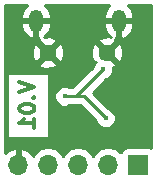
<source format=gbl>
%TF.GenerationSoftware,KiCad,Pcbnew,4.0.7*%
%TF.CreationDate,2017-11-15T16:48:17+08:00*%
%TF.ProjectId,MicroUSB,4D6963726F5553422E6B696361645F70,rev?*%
%TF.FileFunction,Copper,L2,Bot,Signal*%
%FSLAX46Y46*%
G04 Gerber Fmt 4.6, Leading zero omitted, Abs format (unit mm)*
G04 Created by KiCad (PCBNEW 4.0.7) date 11/15/17 16:48:17*
%MOMM*%
%LPD*%
G01*
G04 APERTURE LIST*
%ADD10C,0.100000*%
%ADD11C,0.325000*%
%ADD12C,1.450000*%
%ADD13O,1.200000X1.900000*%
%ADD14R,1.700000X1.700000*%
%ADD15O,1.700000X1.700000*%
%ADD16C,0.453000*%
%ADD17C,0.250000*%
%ADD18C,0.254000*%
G04 APERTURE END LIST*
D10*
D11*
X3028095Y-7969048D02*
X4328095Y-8402381D01*
X3028095Y-8835714D01*
X4204286Y-9269048D02*
X4266190Y-9330953D01*
X4328095Y-9269048D01*
X4266190Y-9207143D01*
X4204286Y-9269048D01*
X4328095Y-9269048D01*
X3028095Y-10135715D02*
X3028095Y-10259524D01*
X3090000Y-10383334D01*
X3151905Y-10445239D01*
X3275714Y-10507143D01*
X3523333Y-10569048D01*
X3832857Y-10569048D01*
X4080476Y-10507143D01*
X4204286Y-10445239D01*
X4266190Y-10383334D01*
X4328095Y-10259524D01*
X4328095Y-10135715D01*
X4266190Y-10011905D01*
X4204286Y-9950001D01*
X4080476Y-9888096D01*
X3832857Y-9826191D01*
X3523333Y-9826191D01*
X3275714Y-9888096D01*
X3151905Y-9950001D01*
X3090000Y-10011905D01*
X3028095Y-10135715D01*
X4328095Y-11807143D02*
X4328095Y-11064286D01*
X4328095Y-11435715D02*
X3028095Y-11435715D01*
X3213810Y-11311905D01*
X3337619Y-11188096D01*
X3399524Y-11064286D01*
D12*
X10450000Y-5460000D03*
X5450000Y-5460000D03*
D13*
X11450000Y-2760000D03*
X4450000Y-2760000D03*
D14*
X13100000Y-14950000D03*
D15*
X10560000Y-14950000D03*
X8020000Y-14950000D03*
X5480000Y-14950000D03*
X2940000Y-14950000D03*
D16*
X13530000Y-10900000D03*
X6870000Y-9170000D03*
X10130000Y-6870004D03*
X10350000Y-11020000D03*
D17*
X10130000Y-6870004D02*
X10130000Y-6880000D01*
X10130000Y-6880000D02*
X7840000Y-9170000D01*
X7840000Y-9170000D02*
X6870000Y-9170000D01*
X10350000Y-11020000D02*
X8500000Y-9170000D01*
X8500000Y-9170000D02*
X6870000Y-9170000D01*
X7960000Y-14820000D02*
X7820000Y-14680000D01*
D18*
G36*
X3357610Y-1820053D02*
X3215000Y-2283000D01*
X3215000Y-2633000D01*
X4323000Y-2633000D01*
X4323000Y-2613000D01*
X4577000Y-2613000D01*
X4577000Y-2633000D01*
X5685000Y-2633000D01*
X5685000Y-2283000D01*
X5542390Y-1820053D01*
X5244303Y-1460000D01*
X10655697Y-1460000D01*
X10357610Y-1820053D01*
X10215000Y-2283000D01*
X10215000Y-2633000D01*
X11323000Y-2633000D01*
X11323000Y-2613000D01*
X11577000Y-2613000D01*
X11577000Y-2633000D01*
X12685000Y-2633000D01*
X12685000Y-2283000D01*
X12542390Y-1820053D01*
X12244303Y-1460000D01*
X14180000Y-1460000D01*
X14180000Y-13499136D01*
X13950000Y-13452560D01*
X12250000Y-13452560D01*
X12014683Y-13496838D01*
X11798559Y-13635910D01*
X11653569Y-13848110D01*
X11639914Y-13915541D01*
X11610054Y-13870853D01*
X11128285Y-13548946D01*
X10560000Y-13435907D01*
X9991715Y-13548946D01*
X9509946Y-13870853D01*
X9290000Y-14200026D01*
X9070054Y-13870853D01*
X8588285Y-13548946D01*
X8020000Y-13435907D01*
X7451715Y-13548946D01*
X6969946Y-13870853D01*
X6750000Y-14200026D01*
X6530054Y-13870853D01*
X6048285Y-13548946D01*
X5480000Y-13435907D01*
X4911715Y-13548946D01*
X4429946Y-13870853D01*
X4202298Y-14211553D01*
X4135183Y-14068642D01*
X3706924Y-13678355D01*
X3296890Y-13508524D01*
X3067000Y-13629845D01*
X3067000Y-14823000D01*
X3087000Y-14823000D01*
X3087000Y-15077000D01*
X3067000Y-15077000D01*
X3067000Y-15097000D01*
X2813000Y-15097000D01*
X2813000Y-15077000D01*
X2793000Y-15077000D01*
X2793000Y-14823000D01*
X2813000Y-14823000D01*
X2813000Y-13629845D01*
X2583110Y-13508524D01*
X2173076Y-13678355D01*
X1850000Y-13972785D01*
X1850000Y-7210238D01*
X2032500Y-7210238D01*
X2032500Y-12689762D01*
X5577500Y-12689762D01*
X5577500Y-9340611D01*
X6008351Y-9340611D01*
X6139230Y-9657363D01*
X6381362Y-9899918D01*
X6697885Y-10031350D01*
X7040611Y-10031649D01*
X7286621Y-9930000D01*
X8185198Y-9930000D01*
X9518306Y-11263108D01*
X9619230Y-11507363D01*
X9861362Y-11749918D01*
X10177885Y-11881350D01*
X10520611Y-11881649D01*
X10837363Y-11750770D01*
X11079918Y-11508638D01*
X11211350Y-11192115D01*
X11211649Y-10849389D01*
X11080770Y-10532637D01*
X10838638Y-10290082D01*
X10592805Y-10188003D01*
X9244802Y-8840000D01*
X10390143Y-7694659D01*
X10617363Y-7600774D01*
X10859918Y-7358642D01*
X10991350Y-7042119D01*
X10991630Y-6721029D01*
X11158878Y-6651753D01*
X11223793Y-6413398D01*
X10450000Y-5639605D01*
X10435858Y-5653748D01*
X10256253Y-5474143D01*
X10270395Y-5460000D01*
X10629605Y-5460000D01*
X11403398Y-6233793D01*
X11641753Y-6168878D01*
X11822312Y-5658854D01*
X11793949Y-5118556D01*
X11641753Y-4751122D01*
X11403398Y-4686207D01*
X10629605Y-5460000D01*
X10270395Y-5460000D01*
X9496602Y-4686207D01*
X9258247Y-4751122D01*
X9077688Y-5261146D01*
X9106051Y-5801444D01*
X9258247Y-6168878D01*
X9496600Y-6233792D01*
X9381450Y-6348942D01*
X9406984Y-6374476D01*
X9400082Y-6381366D01*
X9290905Y-6644293D01*
X7525198Y-8410000D01*
X7286193Y-8410000D01*
X7042115Y-8308650D01*
X6699389Y-8308351D01*
X6382637Y-8439230D01*
X6140082Y-8681362D01*
X6008650Y-8997885D01*
X6008351Y-9340611D01*
X5577500Y-9340611D01*
X5577500Y-7210238D01*
X2032500Y-7210238D01*
X1850000Y-7210238D01*
X1850000Y-6413398D01*
X4676207Y-6413398D01*
X4741122Y-6651753D01*
X5251146Y-6832312D01*
X5791444Y-6803949D01*
X6158878Y-6651753D01*
X6223793Y-6413398D01*
X5450000Y-5639605D01*
X4676207Y-6413398D01*
X1850000Y-6413398D01*
X1850000Y-5261146D01*
X4077688Y-5261146D01*
X4106051Y-5801444D01*
X4258247Y-6168878D01*
X4496602Y-6233793D01*
X5270395Y-5460000D01*
X5629605Y-5460000D01*
X6403398Y-6233793D01*
X6641753Y-6168878D01*
X6822312Y-5658854D01*
X6793949Y-5118556D01*
X6641753Y-4751122D01*
X6403398Y-4686207D01*
X5629605Y-5460000D01*
X5270395Y-5460000D01*
X4496602Y-4686207D01*
X4258247Y-4751122D01*
X4077688Y-5261146D01*
X1850000Y-5261146D01*
X1850000Y-2887000D01*
X3215000Y-2887000D01*
X3215000Y-3237000D01*
X3357610Y-3699947D01*
X3666526Y-4073080D01*
X4094719Y-4299592D01*
X4132391Y-4303462D01*
X4323000Y-4178731D01*
X4323000Y-2887000D01*
X4577000Y-2887000D01*
X4577000Y-4178731D01*
X4736988Y-4283424D01*
X4676207Y-4506602D01*
X5450000Y-5280395D01*
X6223793Y-4506602D01*
X9676207Y-4506602D01*
X10450000Y-5280395D01*
X11223793Y-4506602D01*
X11163012Y-4283424D01*
X11323000Y-4178731D01*
X11323000Y-2887000D01*
X11577000Y-2887000D01*
X11577000Y-4178731D01*
X11767609Y-4303462D01*
X11805281Y-4299592D01*
X12233474Y-4073080D01*
X12542390Y-3699947D01*
X12685000Y-3237000D01*
X12685000Y-2887000D01*
X11577000Y-2887000D01*
X11323000Y-2887000D01*
X10215000Y-2887000D01*
X10215000Y-3237000D01*
X10357610Y-3699947D01*
X10666526Y-4073080D01*
X10785768Y-4136158D01*
X10648854Y-4087688D01*
X10108556Y-4116051D01*
X9741122Y-4268247D01*
X9676207Y-4506602D01*
X6223793Y-4506602D01*
X6158878Y-4268247D01*
X5648854Y-4087688D01*
X5157055Y-4113505D01*
X5233474Y-4073080D01*
X5542390Y-3699947D01*
X5685000Y-3237000D01*
X5685000Y-2887000D01*
X4577000Y-2887000D01*
X4323000Y-2887000D01*
X3215000Y-2887000D01*
X1850000Y-2887000D01*
X1850000Y-1460000D01*
X3655697Y-1460000D01*
X3357610Y-1820053D01*
X3357610Y-1820053D01*
G37*
X3357610Y-1820053D02*
X3215000Y-2283000D01*
X3215000Y-2633000D01*
X4323000Y-2633000D01*
X4323000Y-2613000D01*
X4577000Y-2613000D01*
X4577000Y-2633000D01*
X5685000Y-2633000D01*
X5685000Y-2283000D01*
X5542390Y-1820053D01*
X5244303Y-1460000D01*
X10655697Y-1460000D01*
X10357610Y-1820053D01*
X10215000Y-2283000D01*
X10215000Y-2633000D01*
X11323000Y-2633000D01*
X11323000Y-2613000D01*
X11577000Y-2613000D01*
X11577000Y-2633000D01*
X12685000Y-2633000D01*
X12685000Y-2283000D01*
X12542390Y-1820053D01*
X12244303Y-1460000D01*
X14180000Y-1460000D01*
X14180000Y-13499136D01*
X13950000Y-13452560D01*
X12250000Y-13452560D01*
X12014683Y-13496838D01*
X11798559Y-13635910D01*
X11653569Y-13848110D01*
X11639914Y-13915541D01*
X11610054Y-13870853D01*
X11128285Y-13548946D01*
X10560000Y-13435907D01*
X9991715Y-13548946D01*
X9509946Y-13870853D01*
X9290000Y-14200026D01*
X9070054Y-13870853D01*
X8588285Y-13548946D01*
X8020000Y-13435907D01*
X7451715Y-13548946D01*
X6969946Y-13870853D01*
X6750000Y-14200026D01*
X6530054Y-13870853D01*
X6048285Y-13548946D01*
X5480000Y-13435907D01*
X4911715Y-13548946D01*
X4429946Y-13870853D01*
X4202298Y-14211553D01*
X4135183Y-14068642D01*
X3706924Y-13678355D01*
X3296890Y-13508524D01*
X3067000Y-13629845D01*
X3067000Y-14823000D01*
X3087000Y-14823000D01*
X3087000Y-15077000D01*
X3067000Y-15077000D01*
X3067000Y-15097000D01*
X2813000Y-15097000D01*
X2813000Y-15077000D01*
X2793000Y-15077000D01*
X2793000Y-14823000D01*
X2813000Y-14823000D01*
X2813000Y-13629845D01*
X2583110Y-13508524D01*
X2173076Y-13678355D01*
X1850000Y-13972785D01*
X1850000Y-7210238D01*
X2032500Y-7210238D01*
X2032500Y-12689762D01*
X5577500Y-12689762D01*
X5577500Y-9340611D01*
X6008351Y-9340611D01*
X6139230Y-9657363D01*
X6381362Y-9899918D01*
X6697885Y-10031350D01*
X7040611Y-10031649D01*
X7286621Y-9930000D01*
X8185198Y-9930000D01*
X9518306Y-11263108D01*
X9619230Y-11507363D01*
X9861362Y-11749918D01*
X10177885Y-11881350D01*
X10520611Y-11881649D01*
X10837363Y-11750770D01*
X11079918Y-11508638D01*
X11211350Y-11192115D01*
X11211649Y-10849389D01*
X11080770Y-10532637D01*
X10838638Y-10290082D01*
X10592805Y-10188003D01*
X9244802Y-8840000D01*
X10390143Y-7694659D01*
X10617363Y-7600774D01*
X10859918Y-7358642D01*
X10991350Y-7042119D01*
X10991630Y-6721029D01*
X11158878Y-6651753D01*
X11223793Y-6413398D01*
X10450000Y-5639605D01*
X10435858Y-5653748D01*
X10256253Y-5474143D01*
X10270395Y-5460000D01*
X10629605Y-5460000D01*
X11403398Y-6233793D01*
X11641753Y-6168878D01*
X11822312Y-5658854D01*
X11793949Y-5118556D01*
X11641753Y-4751122D01*
X11403398Y-4686207D01*
X10629605Y-5460000D01*
X10270395Y-5460000D01*
X9496602Y-4686207D01*
X9258247Y-4751122D01*
X9077688Y-5261146D01*
X9106051Y-5801444D01*
X9258247Y-6168878D01*
X9496600Y-6233792D01*
X9381450Y-6348942D01*
X9406984Y-6374476D01*
X9400082Y-6381366D01*
X9290905Y-6644293D01*
X7525198Y-8410000D01*
X7286193Y-8410000D01*
X7042115Y-8308650D01*
X6699389Y-8308351D01*
X6382637Y-8439230D01*
X6140082Y-8681362D01*
X6008650Y-8997885D01*
X6008351Y-9340611D01*
X5577500Y-9340611D01*
X5577500Y-7210238D01*
X2032500Y-7210238D01*
X1850000Y-7210238D01*
X1850000Y-6413398D01*
X4676207Y-6413398D01*
X4741122Y-6651753D01*
X5251146Y-6832312D01*
X5791444Y-6803949D01*
X6158878Y-6651753D01*
X6223793Y-6413398D01*
X5450000Y-5639605D01*
X4676207Y-6413398D01*
X1850000Y-6413398D01*
X1850000Y-5261146D01*
X4077688Y-5261146D01*
X4106051Y-5801444D01*
X4258247Y-6168878D01*
X4496602Y-6233793D01*
X5270395Y-5460000D01*
X5629605Y-5460000D01*
X6403398Y-6233793D01*
X6641753Y-6168878D01*
X6822312Y-5658854D01*
X6793949Y-5118556D01*
X6641753Y-4751122D01*
X6403398Y-4686207D01*
X5629605Y-5460000D01*
X5270395Y-5460000D01*
X4496602Y-4686207D01*
X4258247Y-4751122D01*
X4077688Y-5261146D01*
X1850000Y-5261146D01*
X1850000Y-2887000D01*
X3215000Y-2887000D01*
X3215000Y-3237000D01*
X3357610Y-3699947D01*
X3666526Y-4073080D01*
X4094719Y-4299592D01*
X4132391Y-4303462D01*
X4323000Y-4178731D01*
X4323000Y-2887000D01*
X4577000Y-2887000D01*
X4577000Y-4178731D01*
X4736988Y-4283424D01*
X4676207Y-4506602D01*
X5450000Y-5280395D01*
X6223793Y-4506602D01*
X9676207Y-4506602D01*
X10450000Y-5280395D01*
X11223793Y-4506602D01*
X11163012Y-4283424D01*
X11323000Y-4178731D01*
X11323000Y-2887000D01*
X11577000Y-2887000D01*
X11577000Y-4178731D01*
X11767609Y-4303462D01*
X11805281Y-4299592D01*
X12233474Y-4073080D01*
X12542390Y-3699947D01*
X12685000Y-3237000D01*
X12685000Y-2887000D01*
X11577000Y-2887000D01*
X11323000Y-2887000D01*
X10215000Y-2887000D01*
X10215000Y-3237000D01*
X10357610Y-3699947D01*
X10666526Y-4073080D01*
X10785768Y-4136158D01*
X10648854Y-4087688D01*
X10108556Y-4116051D01*
X9741122Y-4268247D01*
X9676207Y-4506602D01*
X6223793Y-4506602D01*
X6158878Y-4268247D01*
X5648854Y-4087688D01*
X5157055Y-4113505D01*
X5233474Y-4073080D01*
X5542390Y-3699947D01*
X5685000Y-3237000D01*
X5685000Y-2887000D01*
X4577000Y-2887000D01*
X4323000Y-2887000D01*
X3215000Y-2887000D01*
X1850000Y-2887000D01*
X1850000Y-1460000D01*
X3655697Y-1460000D01*
X3357610Y-1820053D01*
M02*

</source>
